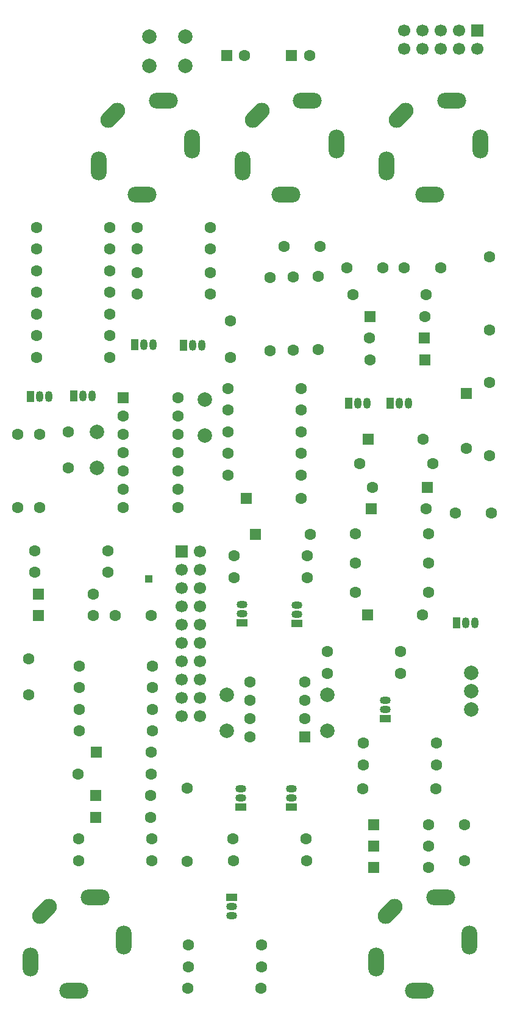
<source format=gbr>
%TF.GenerationSoftware,KiCad,Pcbnew,9.0.5*%
%TF.CreationDate,2025-10-05T20:18:26+02:00*%
%TF.ProjectId,11_fm_drum,31315f66-6d5f-4647-9275-6d2e6b696361,rev?*%
%TF.SameCoordinates,Original*%
%TF.FileFunction,Soldermask,Bot*%
%TF.FilePolarity,Negative*%
%FSLAX46Y46*%
G04 Gerber Fmt 4.6, Leading zero omitted, Abs format (unit mm)*
G04 Created by KiCad (PCBNEW 9.0.5) date 2025-10-05 20:18:26*
%MOMM*%
%LPD*%
G01*
G04 APERTURE LIST*
G04 Aperture macros list*
%AMRoundRect*
0 Rectangle with rounded corners*
0 $1 Rounding radius*
0 $2 $3 $4 $5 $6 $7 $8 $9 X,Y pos of 4 corners*
0 Add a 4 corners polygon primitive as box body*
4,1,4,$2,$3,$4,$5,$6,$7,$8,$9,$2,$3,0*
0 Add four circle primitives for the rounded corners*
1,1,$1+$1,$2,$3*
1,1,$1+$1,$4,$5*
1,1,$1+$1,$6,$7*
1,1,$1+$1,$8,$9*
0 Add four rect primitives between the rounded corners*
20,1,$1+$1,$2,$3,$4,$5,0*
20,1,$1+$1,$4,$5,$6,$7,0*
20,1,$1+$1,$6,$7,$8,$9,0*
20,1,$1+$1,$8,$9,$2,$3,0*%
%AMHorizOval*
0 Thick line with rounded ends*
0 $1 width*
0 $2 $3 position (X,Y) of the first rounded end (center of the circle)*
0 $4 $5 position (X,Y) of the second rounded end (center of the circle)*
0 Add line between two ends*
20,1,$1,$2,$3,$4,$5,0*
0 Add two circle primitives to create the rounded ends*
1,1,$1,$2,$3*
1,1,$1,$4,$5*%
G04 Aperture macros list end*
%ADD10C,1.600000*%
%ADD11R,1.500000X1.050000*%
%ADD12O,1.500000X1.050000*%
%ADD13RoundRect,0.250000X-0.550000X-0.550000X0.550000X-0.550000X0.550000X0.550000X-0.550000X0.550000X0*%
%ADD14R,1.050000X1.500000*%
%ADD15O,1.050000X1.500000*%
%ADD16C,2.000000*%
%ADD17RoundRect,0.250000X0.550000X0.550000X-0.550000X0.550000X-0.550000X-0.550000X0.550000X-0.550000X0*%
%ADD18R,1.700000X1.700000*%
%ADD19C,1.700000*%
%ADD20RoundRect,0.250000X-0.550000X0.550000X-0.550000X-0.550000X0.550000X-0.550000X0.550000X0.550000X0*%
%ADD21O,2.200000X4.000000*%
%ADD22O,4.000000X2.200000*%
%ADD23HorizOval,2.200000X0.625193X0.647406X-0.625193X-0.647406X0*%
%ADD24R,1.000000X1.000000*%
G04 APERTURE END LIST*
D10*
%TO.C,R29*%
X124840000Y-65070000D03*
X135000000Y-65070000D03*
%TD*%
D11*
%TO.C,Q1*%
X153270000Y-130470000D03*
D12*
X153270000Y-129200000D03*
X153270000Y-127930000D03*
%TD*%
D13*
%TO.C,C2*%
X151264700Y-26164300D03*
D10*
X153764700Y-26164300D03*
%TD*%
%TO.C,R21*%
X187770000Y-71600000D03*
X187770000Y-81760000D03*
%TD*%
%TO.C,R41*%
X151430000Y-84415000D03*
X161590000Y-84415000D03*
%TD*%
D11*
%TO.C,Q13*%
X152000000Y-143000000D03*
D12*
X152000000Y-144270000D03*
X152000000Y-145540000D03*
%TD*%
D13*
%TO.C,D1*%
X125150000Y-100930000D03*
D10*
X132770000Y-100930000D03*
%TD*%
%TO.C,R33*%
X145770000Y-138010000D03*
X145770000Y-127850000D03*
%TD*%
%TO.C,R50*%
X149000000Y-53070000D03*
X138840000Y-53070000D03*
%TD*%
D14*
%TO.C,Q6*%
X130000000Y-73430000D03*
D15*
X131270000Y-73430000D03*
X132540000Y-73430000D03*
%TD*%
D13*
%TO.C,D4*%
X133070000Y-131930000D03*
D10*
X140690000Y-131930000D03*
%TD*%
%TO.C,C17*%
X151750000Y-68070000D03*
X151750000Y-63070000D03*
%TD*%
%TO.C,R6*%
X130610000Y-125930000D03*
X140770000Y-125930000D03*
%TD*%
D14*
%TO.C,Q11*%
X145230000Y-66430000D03*
D15*
X146500000Y-66430000D03*
X147770000Y-66430000D03*
%TD*%
D16*
%TO.C,C8*%
X148260000Y-73915000D03*
X148260000Y-78915000D03*
%TD*%
D10*
%TO.C,R10*%
X140850000Y-134930000D03*
X130690000Y-134930000D03*
%TD*%
%TO.C,C1*%
X123770000Y-114930000D03*
X123770000Y-109930000D03*
%TD*%
D16*
%TO.C,C7*%
X133270000Y-83430000D03*
X133270000Y-78430000D03*
%TD*%
D10*
%TO.C,R44*%
X149000000Y-56320000D03*
X138840000Y-56320000D03*
%TD*%
D16*
%TO.C,C10*%
X165270000Y-119930000D03*
X165270000Y-114930000D03*
%TD*%
D10*
%TO.C,R22*%
X135000000Y-50070000D03*
X124840000Y-50070000D03*
%TD*%
%TO.C,R37*%
X170270000Y-121660000D03*
X180430000Y-121660000D03*
%TD*%
%TO.C,R3*%
X134770000Y-94930000D03*
X124610000Y-94930000D03*
%TD*%
%TO.C,C11*%
X183020000Y-89680000D03*
X188020000Y-89680000D03*
%TD*%
%TO.C,R18*%
X152270000Y-98660000D03*
X162430000Y-98660000D03*
%TD*%
%TO.C,C15*%
X167960000Y-55680000D03*
X172960000Y-55680000D03*
%TD*%
%TO.C,R42*%
X165270000Y-111930000D03*
X175430000Y-111930000D03*
%TD*%
%TO.C,R34*%
X187770000Y-54100000D03*
X187770000Y-64260000D03*
%TD*%
%TO.C,R39*%
X138840000Y-59320000D03*
X149000000Y-59320000D03*
%TD*%
%TO.C,R43*%
X145860000Y-155680000D03*
X156020000Y-155680000D03*
%TD*%
D13*
%TO.C,C3*%
X160264700Y-26164300D03*
D10*
X162764700Y-26164300D03*
%TD*%
D13*
%TO.C,D2*%
X133150000Y-122930000D03*
D10*
X140770000Y-122930000D03*
%TD*%
D13*
%TO.C,D7*%
X155270000Y-92660000D03*
D10*
X162890000Y-92660000D03*
%TD*%
%TO.C,R4*%
X140930000Y-110930000D03*
X130770000Y-110930000D03*
%TD*%
%TO.C,R13*%
X169110000Y-96630000D03*
X179270000Y-96630000D03*
%TD*%
%TO.C,R31*%
X160520000Y-56930000D03*
X160520000Y-67090000D03*
%TD*%
%TO.C,R52*%
X152190000Y-137930000D03*
X162350000Y-137930000D03*
%TD*%
D13*
%TO.C,D3*%
X133070000Y-128930000D03*
D10*
X140690000Y-128930000D03*
%TD*%
%TO.C,R11*%
X152110000Y-134930000D03*
X162270000Y-134930000D03*
%TD*%
%TO.C,C4*%
X135770000Y-103930000D03*
X140770000Y-103930000D03*
%TD*%
%TO.C,R28*%
X168800000Y-59430000D03*
X178960000Y-59430000D03*
%TD*%
%TO.C,R9*%
X134770000Y-97930000D03*
X124610000Y-97930000D03*
%TD*%
D11*
%TO.C,Q12*%
X173270000Y-118200000D03*
D12*
X173270000Y-116930000D03*
X173270000Y-115660000D03*
%TD*%
D10*
%TO.C,C12*%
X164270000Y-52680000D03*
X159270000Y-52680000D03*
%TD*%
D13*
%TO.C,D15*%
X153950000Y-87665000D03*
D10*
X161570000Y-87665000D03*
%TD*%
D14*
%TO.C,Q7*%
X168250000Y-74430000D03*
D15*
X169520000Y-74430000D03*
X170790000Y-74430000D03*
%TD*%
D10*
%TO.C,R5*%
X130770000Y-119930000D03*
X140930000Y-119930000D03*
%TD*%
D13*
%TO.C,D6*%
X170820000Y-103880000D03*
D10*
X178440000Y-103880000D03*
%TD*%
%TO.C,R49*%
X145940000Y-152680000D03*
X156100000Y-152680000D03*
%TD*%
%TO.C,C14*%
X175960000Y-55680000D03*
X180960000Y-55680000D03*
%TD*%
D13*
%TO.C,D16*%
X171650000Y-132930000D03*
D10*
X179270000Y-132930000D03*
%TD*%
%TO.C,R48*%
X180350000Y-127930000D03*
X170190000Y-127930000D03*
%TD*%
%TO.C,R32*%
X135000000Y-62070000D03*
X124840000Y-62070000D03*
%TD*%
%TO.C,R30*%
X157270000Y-57020000D03*
X157270000Y-67180000D03*
%TD*%
D13*
%TO.C,D10*%
X171380000Y-89130000D03*
D10*
X179000000Y-89130000D03*
%TD*%
%TO.C,R2*%
X130770000Y-116930000D03*
X140930000Y-116930000D03*
%TD*%
D13*
%TO.C,D18*%
X171650000Y-138930000D03*
D10*
X179270000Y-138930000D03*
%TD*%
%TO.C,R35*%
X151430000Y-78415000D03*
X161590000Y-78415000D03*
%TD*%
D17*
%TO.C,D9*%
X179120000Y-86130000D03*
D10*
X171500000Y-86130000D03*
%TD*%
D13*
%TO.C,D5*%
X125150000Y-103930000D03*
D10*
X132770000Y-103930000D03*
%TD*%
D11*
%TO.C,Q5*%
X161000000Y-105000000D03*
D12*
X161000000Y-103730000D03*
X161000000Y-102460000D03*
%TD*%
D10*
%TO.C,R1*%
X140930000Y-113930000D03*
X130770000Y-113930000D03*
%TD*%
D11*
%TO.C,Q2*%
X160270000Y-130470000D03*
D12*
X160270000Y-129200000D03*
X160270000Y-127930000D03*
%TD*%
D14*
%TO.C,Q9*%
X174000000Y-74430000D03*
D15*
X175270000Y-74430000D03*
X176540000Y-74430000D03*
%TD*%
D10*
%TO.C,R47*%
X138840000Y-50070000D03*
X149000000Y-50070000D03*
%TD*%
%TO.C,R23*%
X122270000Y-88930000D03*
X122270000Y-78770000D03*
%TD*%
%TO.C,R8*%
X140850000Y-137930000D03*
X130690000Y-137930000D03*
%TD*%
%TO.C,C13*%
X129270000Y-83430000D03*
X129270000Y-78430000D03*
%TD*%
%TO.C,R20*%
X135000000Y-56070000D03*
X124840000Y-56070000D03*
%TD*%
%TO.C,C16*%
X184270000Y-132930000D03*
X184270000Y-137930000D03*
%TD*%
D11*
%TO.C,Q3*%
X153380000Y-104950000D03*
D12*
X153380000Y-103680000D03*
X153380000Y-102410000D03*
%TD*%
D13*
%TO.C,U2*%
X136900000Y-73730000D03*
D10*
X136900000Y-76270000D03*
X136900000Y-78810000D03*
X136900000Y-81350000D03*
X136900000Y-83890000D03*
X136900000Y-86430000D03*
X136900000Y-88970000D03*
X144520000Y-88970000D03*
X144520000Y-86430000D03*
X144520000Y-83890000D03*
X144520000Y-81350000D03*
X144520000Y-78810000D03*
X144520000Y-76270000D03*
X144520000Y-73730000D03*
%TD*%
%TO.C,R27*%
X125270000Y-88930000D03*
X125270000Y-78770000D03*
%TD*%
%TO.C,R25*%
X164020000Y-56850000D03*
X164020000Y-67010000D03*
%TD*%
D14*
%TO.C,Q8*%
X123980000Y-73540000D03*
D15*
X125250000Y-73540000D03*
X126520000Y-73540000D03*
%TD*%
D10*
%TO.C,R26*%
X135000000Y-59070000D03*
X124840000Y-59070000D03*
%TD*%
D17*
%TO.C,U1*%
X162080000Y-120740000D03*
D10*
X162080000Y-118200000D03*
X162080000Y-115660000D03*
X162080000Y-113120000D03*
X154460000Y-113120000D03*
X154460000Y-115660000D03*
X154460000Y-118200000D03*
X154460000Y-120740000D03*
%TD*%
%TO.C,R12*%
X169110000Y-92580000D03*
X179270000Y-92580000D03*
%TD*%
D16*
%TO.C,C5*%
X140514700Y-23614300D03*
X145514700Y-23614300D03*
%TD*%
D10*
%TO.C,R15*%
X152270000Y-95660000D03*
X162430000Y-95660000D03*
%TD*%
D13*
%TO.C,D11*%
X171150000Y-62430000D03*
D10*
X178770000Y-62430000D03*
%TD*%
D13*
%TO.C,D8*%
X170960000Y-79430000D03*
D10*
X178580000Y-79430000D03*
%TD*%
D14*
%TO.C,Q10*%
X138460000Y-66320000D03*
D15*
X139730000Y-66320000D03*
X141000000Y-66320000D03*
%TD*%
D17*
%TO.C,D13*%
X178710000Y-65430000D03*
D10*
X171090000Y-65430000D03*
%TD*%
D14*
%TO.C,Q4*%
X183230000Y-104930000D03*
D15*
X184500000Y-104930000D03*
X185770000Y-104930000D03*
%TD*%
D18*
%TO.C,J1*%
X186050000Y-22750000D03*
D19*
X186050000Y-25290000D03*
X183510000Y-22750000D03*
X183510000Y-25290000D03*
X180970000Y-22750000D03*
X180970000Y-25290000D03*
X178430000Y-22750000D03*
X178430000Y-25290000D03*
X175890000Y-22750000D03*
X175890000Y-25290000D03*
%TD*%
D10*
%TO.C,R51*%
X145940000Y-149680000D03*
X156100000Y-149680000D03*
%TD*%
%TO.C,R14*%
X169110000Y-100680000D03*
X179270000Y-100680000D03*
%TD*%
D17*
%TO.C,D14*%
X178830000Y-68430000D03*
D10*
X171210000Y-68430000D03*
%TD*%
D16*
%TO.C,C6*%
X140514700Y-27664300D03*
X145514700Y-27664300D03*
%TD*%
D10*
%TO.C,R40*%
X170270000Y-124660000D03*
X180430000Y-124660000D03*
%TD*%
D20*
%TO.C,D12*%
X184520000Y-73120000D03*
D10*
X184520000Y-80740000D03*
%TD*%
%TO.C,R36*%
X151430000Y-81415000D03*
X161590000Y-81415000D03*
%TD*%
D13*
%TO.C,D17*%
X171650000Y-135930000D03*
D10*
X179270000Y-135930000D03*
%TD*%
%TO.C,R24*%
X124840000Y-68070000D03*
X135000000Y-68070000D03*
%TD*%
%TO.C,R38*%
X151430000Y-75415000D03*
X161590000Y-75415000D03*
%TD*%
%TO.C,R19*%
X135000000Y-53070000D03*
X124840000Y-53070000D03*
%TD*%
D16*
%TO.C,C9*%
X151270000Y-119930000D03*
X151270000Y-114930000D03*
%TD*%
D10*
%TO.C,R16*%
X169780000Y-82880000D03*
X179940000Y-82880000D03*
%TD*%
%TO.C,R46*%
X151430000Y-72415000D03*
X161590000Y-72415000D03*
%TD*%
%TO.C,R45*%
X165270000Y-108930000D03*
X175430000Y-108930000D03*
%TD*%
D21*
%TO.C,J6*%
X166484100Y-38484100D03*
D22*
X162484100Y-32484100D03*
D23*
X155484100Y-34484100D03*
D22*
X159484100Y-45484100D03*
D21*
X153484100Y-41484100D03*
%TD*%
%TO.C,J7*%
X137000000Y-149000000D03*
D22*
X133000000Y-143000000D03*
D23*
X126000000Y-145000000D03*
D22*
X130000000Y-156000000D03*
D21*
X124000000Y-152000000D03*
%TD*%
D16*
%TO.C,RV6*%
X185270000Y-116930000D03*
X185270000Y-114390000D03*
X185270000Y-111850000D03*
%TD*%
D21*
%TO.C,J3*%
X185000000Y-149000000D03*
D22*
X181000000Y-143000000D03*
D23*
X174000000Y-145000000D03*
D22*
X178000000Y-156000000D03*
D21*
X172000000Y-152000000D03*
%TD*%
D24*
%TO.C,TP1*%
X140415797Y-98885011D03*
%TD*%
D18*
%TO.C,J2*%
X145000000Y-95000000D03*
D19*
X147540000Y-95000000D03*
X145000000Y-97540000D03*
X147540000Y-97540000D03*
X145000000Y-100080000D03*
X147540000Y-100080000D03*
X145000000Y-102620000D03*
X147540000Y-102620000D03*
X145000000Y-105160000D03*
X147540000Y-105160000D03*
X145000000Y-107700000D03*
X147540000Y-107700000D03*
X145000000Y-110240000D03*
X147540000Y-110240000D03*
X145000000Y-112780000D03*
X147540000Y-112780000D03*
X145000000Y-115320000D03*
X147540000Y-115320000D03*
X145000000Y-117860000D03*
X147540000Y-117860000D03*
%TD*%
D21*
%TO.C,J4*%
X146484100Y-38484100D03*
D22*
X142484100Y-32484100D03*
D23*
X135484100Y-34484100D03*
D22*
X139484100Y-45484100D03*
D21*
X133484100Y-41484100D03*
%TD*%
%TO.C,J5*%
X186484100Y-38484100D03*
D22*
X182484100Y-32484100D03*
D23*
X175484100Y-34484100D03*
D22*
X179484100Y-45484100D03*
D21*
X173484100Y-41484100D03*
%TD*%
M02*

</source>
